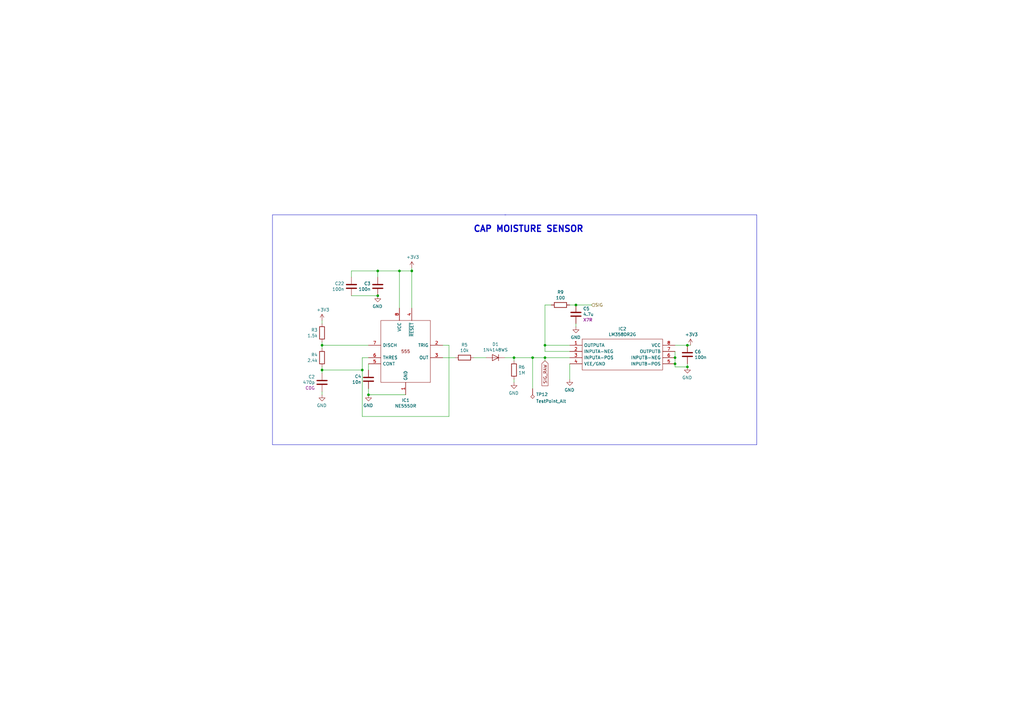
<source format=kicad_sch>
(kicad_sch (version 20230121) (generator eeschema)
  (paper "A3")
  (title_block (title "Plant Bot") (date "2022-12-10") (rev "E"))
  (lib_symbols
    (symbol "Capacitor_JLC:100n" (pin_numbers hide) (pin_names (offset 0.254))
      (property "Reference" "C" (at 0.635 2.54 0))
      (property "Value" "100n" (at 0.635 -2.54 0))
      (symbol "100n_0_1"
        (polyline (pts (xy -2.032 -0.762) (xy 2.032 -0.762)) (stroke (width 0.508)))
        (polyline (pts (xy -2.032 0.762) (xy 2.032 0.762)) (stroke (width 0.508)))
      )
      (symbol "100n_1_1"
        (pin passive line (at 0 3.81 270) (length 2.794) (name "~") (number "1"))
        (pin passive line (at 0 -3.81 90) (length 2.794) (name "~") (number "2"))
      )
    )
    (symbol "Capacitor_JLC:10n" (pin_numbers hide) (pin_names (offset 0.254))
      (property "Reference" "C" (at 0.635 2.54 0))
      (property "Value" "10n" (at 0.635 -2.54 0))
      (symbol "10n_0_1"
        (polyline (pts (xy -2.032 -0.762) (xy 2.032 -0.762)) (stroke (width 0.508)))
        (polyline (pts (xy -2.032 0.762) (xy 2.032 0.762)) (stroke (width 0.508)))
      )
      (symbol "10n_1_1"
        (pin passive line (at 0 3.81 270) (length 2.794) (name "~") (number "1"))
        (pin passive line (at 0 -3.81 90) (length 2.794) (name "~") (number "2"))
      )
    )
    (symbol "Capacitor_JLC:4.7u" (pin_numbers hide) (pin_names (offset 0.254))
      (property "Reference" "C" (at 0.635 2.54 0))
      (property "Value" "4.7u" (at 0.635 -2.54 0))
      (property "Type" "X7R" (at 0 0 0))
      (symbol "4.7u_0_1"
        (polyline (pts (xy -2.032 -0.762) (xy 2.032 -0.762)) (stroke (width 0.508)))
        (polyline (pts (xy -2.032 0.762) (xy 2.032 0.762)) (stroke (width 0.508)))
      )
      (symbol "4.7u_1_1"
        (pin passive line (at 0 3.81 270) (length 2.794) (name "~") (number "1"))
        (pin passive line (at 0 -3.81 90) (length 2.794) (name "~") (number "2"))
      )
    )
    (symbol "Capacitor_JLC:470p" (pin_numbers hide) (pin_names (offset 0.254))
      (property "Reference" "C" (at 0.635 2.54 0))
      (property "Value" "470p" (at 0.635 -2.54 0))
      (property "Type" "C0G" (at 0 0 0))
      (symbol "470p_0_1"
        (polyline (pts (xy -2.032 -0.762) (xy 2.032 -0.762)) (stroke (width 0.508)))
        (polyline (pts (xy -2.032 0.762) (xy 2.032 0.762)) (stroke (width 0.508)))
      )
      (symbol "470p_1_1"
        (pin passive line (at 0 3.81 270) (length 2.794) (name "~") (number "1"))
        (pin passive line (at 0 -3.81 90) (length 2.794) (name "~") (number "2"))
      )
    )
    (symbol "Diode_JLC:1N4148WS" (pin_numbers hide) (pin_names (offset 1.016) hide)
      (property "Reference" "D" (at 0 2.54 0))
      (property "Value" "1N4148WS" (at 0 -2.54 0))
      (symbol "1N4148WS_0_1"
        (polyline (pts (xy -1.27 1.27) (xy -1.27 -1.27)) (stroke (width 0.2032)))
        (polyline (pts (xy 1.27 0) (xy -1.27 0)))
        (polyline (pts (xy 1.27 1.27) (xy 1.27 -1.27) (xy -1.27 0) (xy 1.27 1.27)) (stroke (width 0.2032)))
      )
      (symbol "1N4148WS_1_1"
        (pin passive line (at -3.81 0 0) (length 2.54) (name "K") (number "1"))
        (pin passive line (at 3.81 0 180) (length 2.54) (name "A") (number "2"))
      )
    )
    (symbol "Misc_JLC:NE555DR" (pin_names (offset 0.762))
      (property "Reference" "IC" (at 25.4 17.78 0))
      (property "Value" "NE555DR" (at 25.4 15.24 0))
      (symbol "NE555DR_0_0"
        (pin power_in line (at 15.24 -20.32 90) (length 5.08) (name "GND") (number "1"))
        (pin input line (at 0 0 0) (length 5.08) (name "TRIG") (number "2"))
        (pin output line (at 0 -5.08 0) (length 5.08) (name "OUT") (number "3"))
        (pin input line (at 12.7 15.24 270) (length 5.08) (name "~{RESET}") (number "4"))
        (pin bidirectional line (at 30.48 -7.62 180) (length 5.08) (name "CONT") (number "5"))
        (pin input line (at 30.48 -5.08 180) (length 5.08) (name "THRES") (number "6"))
        (pin output line (at 30.48 0 180) (length 5.08) (name "DISCH") (number "7"))
        (pin power_in line (at 17.78 15.24 270) (length 5.08) (name "VCC") (number "8"))
      )
      (symbol "NE555DR_0_1"
        (polyline (pts (xy 5.08 10.16) (xy 25.4 10.16) (xy 25.4 -15.24) (xy 5.08 -15.24) (xy 5.08 10.16)) (stroke (width 0.1524)))
        (text "555" (at 15.24 -2.54 0) (effects (font (size 1.27 1.27))))
      )
    )
    (symbol "Power-Drivers_JLC:LM358DR2G" (pin_names (offset 0.762))
      (property "Reference" "IC" (at 39.37 7.62 0))
      (property "Value" "LM358DR2G" (at 39.37 5.08 0))
      (symbol "LM358DR2G_0_0"
        (pin output line (at 0 0 0) (length 5.08) (name "OUTPUTA") (number "1"))
        (pin input line (at 0 -2.54 0) (length 5.08) (name "INPUTA-NEG") (number "2"))
        (pin input line (at 0 -5.08 0) (length 5.08) (name "INPUTA-POS") (number "3"))
        (pin power_in line (at 0 -7.62 0) (length 5.08) (name "VEE/GND") (number "4"))
        (pin input line (at 43.18 -7.62 180) (length 5.08) (name "INPUTB-POS") (number "5"))
        (pin input line (at 43.18 -5.08 180) (length 5.08) (name "INPUTB-NEG") (number "6"))
        (pin output line (at 43.18 -2.54 180) (length 5.08) (name "OUTPUTB") (number "7"))
        (pin power_in line (at 43.18 0 180) (length 5.08) (name "VCC") (number "8"))
      )
      (symbol "LM358DR2G_0_1"
        (polyline (pts (xy 5.08 2.54) (xy 38.1 2.54) (xy 38.1 -10.16) (xy 5.08 -10.16) (xy 5.08 2.54)) (stroke (width 0.1524)))
      )
    )
    (symbol "Resistor_JLC:1.5k" (pin_numbers hide) (pin_names (offset 0))
      (property "Reference" "R" (at 2.032 0 90))
      (property "Value" "1.5k" (at 0 0 90))
      (symbol "1.5k_0_1"
        (rectangle (start -1.016 -2.54) (end 1.016 2.54) (stroke (width 0.254)))
      )
      (symbol "1.5k_1_1"
        (pin passive line (at 0 3.81 270) (length 1.27) (name "~") (number "1"))
        (pin passive line (at 0 -3.81 90) (length 1.27) (name "~") (number "2"))
      )
    )
    (symbol "Resistor_JLC:100" (pin_numbers hide) (pin_names (offset 0))
      (property "Reference" "R" (at 2.032 0 90))
      (property "Value" "100" (at 0 0 90))
      (symbol "100_0_1"
        (rectangle (start -1.016 -2.54) (end 1.016 2.54) (stroke (width 0.254)))
      )
      (symbol "100_1_1"
        (pin passive line (at 0 3.81 270) (length 1.27) (name "~") (number "1"))
        (pin passive line (at 0 -3.81 90) (length 1.27) (name "~") (number "2"))
      )
    )
    (symbol "Resistor_JLC:10k" (pin_numbers hide) (pin_names (offset 0))
      (property "Reference" "R" (at 2.032 0 90))
      (property "Value" "10k" (at 0 0 90))
      (symbol "10k_0_1"
        (rectangle (start -1.016 -2.54) (end 1.016 2.54) (stroke (width 0.254)))
      )
      (symbol "10k_1_1"
        (pin passive line (at 0 3.81 270) (length 1.27) (name "~") (number "1"))
        (pin passive line (at 0 -3.81 90) (length 1.27) (name "~") (number "2"))
      )
    )
    (symbol "Resistor_JLC:1M" (pin_numbers hide) (pin_names (offset 0))
      (property "Reference" "R" (at 2.032 0 90))
      (property "Value" "1M" (at 0 0 90))
      (symbol "1M_0_1"
        (rectangle (start -1.016 -2.54) (end 1.016 2.54) (stroke (width 0.254)))
      )
      (symbol "1M_1_1"
        (pin passive line (at 0 3.81 270) (length 1.27) (name "~") (number "1"))
        (pin passive line (at 0 -3.81 90) (length 1.27) (name "~") (number "2"))
      )
    )
    (symbol "Resistor_JLC:2.4k" (pin_numbers hide) (pin_names (offset 0))
      (property "Reference" "R" (at 2.032 0 90))
      (property "Value" "2.4k" (at 0 0 90))
      (symbol "2.4k_0_1"
        (rectangle (start -1.016 -2.54) (end 1.016 2.54) (stroke (width 0.254)))
      )
      (symbol "2.4k_1_1"
        (pin passive line (at 0 3.81 270) (length 1.27) (name "~") (number "1"))
        (pin passive line (at 0 -3.81 90) (length 1.27) (name "~") (number "2"))
      )
    )
    (symbol "personal:TestPoint_Alt" (pin_numbers hide) (pin_names (offset 0.762) hide)
      (property "Reference" "TP" (at 0 6.858 0))
      (property "Value" "TestPoint_Alt" (at 0 5.08 0))
      (symbol "TestPoint_Alt_0_1"
        (polyline (pts (xy 0 2.54) (xy -0.762 3.302) (xy 0 4.064) (xy 0.762 3.302) (xy 0 2.54)))
      )
      (symbol "TestPoint_Alt_1_1"
        (pin passive line (at 0 0 90) (length 2.54) (name "1") (number "1"))
      )
    )
    (symbol "power:+3V3" (power) (pin_names (offset 0))
      (property "Value" "+3V3" (at 0 3.556 0))
      (symbol "+3V3_0_1"
        (polyline (pts (xy -0.762 1.27) (xy 0 2.54)))
        (polyline (pts (xy 0 0) (xy 0 2.54)))
        (polyline (pts (xy 0 2.54) (xy 0.762 1.27)))
      )
      (symbol "+3V3_1_1"
        (pin power_in line (at 0 0 90) (length 0) hide (name "+3V3") (number "1"))
      )
    )
    (symbol "power:GND" (power) (pin_names (offset 0))
      (property "Value" "GND" (at 0 -3.81 0))
      (symbol "GND_0_1"
        (polyline (pts (xy 0 0) (xy 0 -1.27) (xy 1.27 -1.27) (xy 0 -2.54) (xy -1.27 -1.27) (xy 0 -1.27)))
      )
      (symbol "GND_1_1"
        (pin power_in line (at 0 0 270) (length 0) hide (name "GND") (number "1"))
      )
    )
  )
  (junction (at 210.82 146.685))
  (junction (at 168.91 111.125))
  (junction (at 132.08 141.605))
  (junction (at 163.83 111.125))
  (junction (at 281.94 150.495))
  (junction (at 281.94 141.605))
  (junction (at 236.22 125.095))
  (junction (at 223.52 146.685))
  (junction (at 151.13 161.925))
  (junction (at 276.86 149.225))
  (junction (at 154.94 121.285))
  (junction (at 276.86 146.685))
  (junction (at 154.94 111.125))
  (junction (at 223.52 141.605))
  (junction (at 218.44 146.685))
  (junction (at 132.08 151.765))
  (junction (at 148.59 151.765))
  (wire (pts (xy 276.86 141.605) (xy 281.94 141.605)))
  (wire (pts (xy 210.82 146.685) (xy 210.82 147.955)))
  (wire (pts (xy 210.82 156.845) (xy 210.82 155.575)))
  (wire (pts (xy 168.91 111.125) (xy 168.91 126.365)))
  (wire (pts (xy 218.44 159.385) (xy 218.44 146.685)))
  (wire (pts (xy 236.22 125.095) (xy 242.57 125.095)))
  (wire (pts (xy 184.15 141.605) (xy 184.15 170.815)))
  (wire (pts (xy 132.08 141.605) (xy 132.08 142.875)))
  (polyline (pts (xy 111.76 88.138) (xy 207.518 88.138)))
  (wire (pts (xy 223.52 146.685) (xy 223.52 147.955)))
  (polyline (pts (xy 310.388 88.138) (xy 310.388 182.372)))
  (polyline (pts (xy 207.01 88.138) (xy 310.388 88.138)))
  (polyline (pts (xy 310.388 182.372) (xy 111.76 182.372)))
  (wire (pts (xy 223.52 144.145) (xy 223.52 141.605)))
  (wire (pts (xy 132.08 160.655) (xy 132.08 161.925)))
  (wire (pts (xy 132.08 151.765) (xy 132.08 153.035)))
  (wire (pts (xy 233.68 125.095) (xy 236.22 125.095)))
  (wire (pts (xy 223.52 125.095) (xy 223.52 141.605)))
  (wire (pts (xy 144.145 111.125) (xy 144.145 113.665)))
  (wire (pts (xy 181.61 146.685) (xy 186.69 146.685)))
  (wire (pts (xy 223.52 146.685) (xy 233.68 146.685)))
  (polyline (pts (xy 111.76 182.372) (xy 111.76 88.138)))
  (wire (pts (xy 223.52 144.145) (xy 233.68 144.145)))
  (wire (pts (xy 281.94 149.225) (xy 281.94 150.495)))
  (wire (pts (xy 210.82 146.685) (xy 218.44 146.685)))
  (wire (pts (xy 184.15 170.815) (xy 148.59 170.815)))
  (wire (pts (xy 132.08 140.335) (xy 132.08 141.605)))
  (wire (pts (xy 194.31 146.685) (xy 199.39 146.685)))
  (wire (pts (xy 223.52 141.605) (xy 233.68 141.605)))
  (wire (pts (xy 210.82 146.685) (xy 207.01 146.685)))
  (wire (pts (xy 218.44 146.685) (xy 223.52 146.685)))
  (wire (pts (xy 132.08 150.495) (xy 132.08 151.765)))
  (wire (pts (xy 148.59 151.765) (xy 148.59 170.815)))
  (wire (pts (xy 166.37 161.925) (xy 151.13 161.925)))
  (wire (pts (xy 163.83 111.125) (xy 168.91 111.125)))
  (wire (pts (xy 163.83 126.365) (xy 163.83 111.125)))
  (wire (pts (xy 148.59 146.685) (xy 151.13 146.685)))
  (wire (pts (xy 151.13 149.225) (xy 151.13 151.765)))
  (wire (pts (xy 168.91 109.855) (xy 168.91 111.125)))
  (wire (pts (xy 144.145 121.285) (xy 154.94 121.285)))
  (wire (pts (xy 132.08 151.765) (xy 148.59 151.765)))
  (wire (pts (xy 144.145 111.125) (xy 154.94 111.125)))
  (wire (pts (xy 151.13 141.605) (xy 132.08 141.605)))
  (wire (pts (xy 148.59 146.685) (xy 148.59 151.765)))
  (wire (pts (xy 276.86 149.225) (xy 276.86 150.495)))
  (wire (pts (xy 233.68 149.225) (xy 233.68 155.575)))
  (wire (pts (xy 132.08 131.445) (xy 132.08 132.715)))
  (wire (pts (xy 276.86 144.145) (xy 276.86 146.685)))
  (wire (pts (xy 236.22 132.715) (xy 236.22 133.985)))
  (wire (pts (xy 276.86 146.685) (xy 276.86 149.225)))
  (wire (pts (xy 276.86 150.495) (xy 281.94 150.495)))
  (wire (pts (xy 154.94 111.125) (xy 163.83 111.125)))
  (wire (pts (xy 281.94 141.605) (xy 283.21 141.605)))
  (wire (pts (xy 181.61 141.605) (xy 184.15 141.605)))
  (wire (pts (xy 154.94 111.125) (xy 154.94 113.665)))
  (wire (pts (xy 223.52 125.095) (xy 226.06 125.095)))
  (wire (pts (xy 151.13 161.925) (xy 151.13 159.385)))
  (text "CAP MOISTURE SENSOR" (at 194.056 95.504 0) (effects (font (size 2.54 2.54) (thickness 0.508) bold) (justify left bottom)))
  (global_label "SIG_RAW" (shape input) (at 223.52 147.955 270) (property "Intersheetrefs" "${INTERSHEET_REFS}" (effects hide)))
  (hierarchical_label "SIG" (shape input) (at 242.57 125.095 0))
  (symbol (lib_id "power:GND") (at 233.68 155.575 0) (mirror y) (unit 1)
    (property "Reference" "#PWR0107" (effects hide))
    (property "Value" "GND" (at 233.553 159.9692 0))
  )
  (symbol (lib_id "Resistor_JLC:10k") (at 190.5 146.685 270) (unit 1)
    (property "Reference" "R5" (at 190.5 141.4272 90))
    (property "Value" "10k" (at 190.5 143.7386 90))
    (property "Footprint" "Resistor_SMD:R_0402_1005Metric" (effects hide))
    (property "LCSC" "C25744" (effects hide))
  )
  (symbol (lib_id "Capacitor_JLC:4.7u") (at 236.22 128.905 0) (unit 1)
    (property "Reference" "C5" (at 239.141 126.5936 0) (effects (justify left)))
    (property "Value" "4.7u" (at 239.141 128.905 0) (effects (justify left)))
    (property "Footprint" "Capacitor_SMD:C_1206_3216Metric" (effects hide))
    (property "Type" "X7R" (at 239.141 131.2164 0) (effects (justify left)))
    (property "LCSC" "C29823" (effects hide))
    (property "Rating" "50V" (effects hide))
  )
  (symbol (lib_id "Resistor_JLC:1.5k") (at 132.08 136.525 0) (mirror y) (unit 1)
    (property "Reference" "R3" (at 130.302 135.3566 0) (effects (justify left)))
    (property "Value" "1.5k" (at 130.302 137.668 0) (effects (justify left)))
    (property "Footprint" "Resistor_SMD:R_0402_1005Metric" (effects hide))
    (property "LCSC" "C25867" (effects hide))
  )
  (symbol (lib_id "Resistor_JLC:2.4k") (at 132.08 146.685 0) (mirror y) (unit 1)
    (property "Reference" "R4" (at 130.302 145.5166 0) (effects (justify left)))
    (property "Value" "2.4k" (at 130.302 147.828 0) (effects (justify left)))
    (property "Footprint" "Resistor_SMD:R_0402_1005Metric" (effects hide))
    (property "LCSC" "C25882" (effects hide))
  )
  (symbol (lib_id "Resistor_JLC:100") (at 229.87 125.095 90) (unit 1)
    (property "Reference" "R9" (at 229.87 119.8372 90))
    (property "Value" "100" (at 229.87 122.1486 90))
    (property "Footprint" "Resistor_SMD:R_0402_1005Metric" (effects hide))
    (property "LCSC" "C25076" (effects hide))
  )
  (symbol (lib_id "power:GND") (at 132.08 161.925 0) (mirror y) (unit 1)
    (property "Reference" "#PWR0115" (effects hide))
    (property "Value" "GND" (at 131.953 166.3192 0))
  )
  (symbol (lib_id "Capacitor_JLC:470p") (at 132.08 156.845 0) (mirror y) (unit 1)
    (property "Reference" "C2" (at 129.159 154.5336 0) (effects (justify left)))
    (property "Value" "470p" (at 129.159 156.845 0) (effects (justify left)))
    (property "Footprint" "Capacitor_SMD:C_0603_1608Metric" (effects hide))
    (property "Type" "C0G" (at 129.159 159.1564 0) (effects (justify left)))
    (property "LCSC" "C1620 " (effects hide))
    (property "Rating" "25V" (effects hide))
  )
  (symbol (lib_id "personal:TestPoint_Alt") (at 218.44 159.385 180) (unit 1)
    (property "Reference" "TP12" (at 219.837 161.7785 0) (effects (justify right)))
    (property "Value" "TestPoint_Alt" (at 219.837 164.5536 0) (effects (justify right)))
    (property "Footprint" "TestPoint:TestPoint_Pad_1.0x1.0mm" (effects hide))
  )
  (symbol (lib_id "power:GND") (at 236.22 133.985 0) (mirror y) (unit 1)
    (property "Reference" "#PWR0110" (effects hide))
    (property "Value" "GND" (at 236.093 138.3792 0))
  )
  (symbol (lib_id "Resistor_JLC:1M") (at 210.82 151.765 0) (unit 1)
    (property "Reference" "R6" (at 212.598 150.5966 0) (effects (justify left)))
    (property "Value" "1M" (at 212.598 152.908 0) (effects (justify left)))
    (property "Footprint" "Resistor_SMD:R_0402_1005Metric" (effects hide))
    (property "LCSC" "C26083" (effects hide))
  )
  (symbol (lib_id "power:+3V3") (at 132.08 131.445 0) (unit 1)
    (property "Reference" "#PWR0116" (effects hide))
    (property "Value" "+3V3" (at 132.461 127.0508 0))
  )
  (symbol (lib_id "power:GND") (at 281.94 150.495 0) (mirror y) (unit 1)
    (property "Reference" "#PWR0106" (effects hide))
    (property "Value" "GND" (at 281.813 154.8892 0))
  )
  (symbol (lib_id "power:+3V3") (at 168.91 109.855 0) (unit 1)
    (property "Reference" "#PWR0113" (effects hide))
    (property "Value" "+3V3" (at 169.291 105.4608 0))
  )
  (symbol (lib_id "Capacitor_JLC:10n") (at 151.13 155.575 0) (mirror y) (unit 1)
    (property "Reference" "C4" (at 148.209 154.4066 0) (effects (justify left)))
    (property "Value" "10n" (at 148.209 156.718 0) (effects (justify left)))
    (property "Footprint" "Capacitor_SMD:C_0402_1005Metric" (effects hide))
    (property "Type" "X7R" (effects hide))
    (property "LCSC" "C15195" (effects hide))
  )
  (symbol (lib_id "Misc_JLC:NE555DR") (at 181.61 141.605 0) (mirror y) (unit 1)
    (property "Reference" "IC1" (at 166.37 164.1856 0))
    (property "Value" "NE555DR" (at 166.37 166.497 0))
    (property "Footprint" "SOIC127P600X175-8N" (effects hide))
    (property "Datasheet" "http://www.ti.com/lit/ds/symlink/ne555.pdf" (effects hide))
    (property "Description" "Single Precision Timer" (effects hide))
    (property "Height" "1.75" (effects hide))
    (property "Manufacturer_Name" "Texas Instruments" (effects hide))
    (property "Manufacturer_Part_Number" "NE555DR" (effects hide))
    (property "Mouser Part Number" "595-NE555DR" (effects hide))
    (property "Mouser Price/Stock" "https://www.mouser.com/Search/Refine.aspx?Keyword=595-NE555DR" (effects hide))
    (property "RS Part Number" "1977392" (effects hide))
    (property "RS Price/Stock" "http://uk.rs-online.com/web/p/products/1977392" (effects hide))
    (property "LCSC" "C7593" (effects hide))
  )
  (symbol (lib_id "Capacitor_JLC:100n") (at 281.94 145.415 0) (unit 1)
    (property "Reference" "C6" (at 284.861 144.2466 0) (effects (justify left)))
    (property "Value" "100n" (at 284.861 146.558 0) (effects (justify left)))
    (property "Footprint" "Capacitor_SMD:C_0402_1005Metric" (effects hide))
    (property "Type" "X7R" (effects hide))
    (property "LCSC" "C307331" (effects hide))
  )
  (symbol (lib_id "power:+3V3") (at 283.21 141.605 0) (unit 1)
    (property "Reference" "#PWR0109" (effects hide))
    (property "Value" "+3V3" (at 283.591 137.2108 0))
  )
  (symbol (lib_id "Power-Drivers_JLC:LM358DR2G") (at 233.68 141.605 0) (unit 1)
    (property "Reference" "IC2" (at 255.27 134.874 0))
    (property "Value" "LM358DR2G" (at 255.27 137.1854 0))
    (property "Footprint" "SOIC127P600X175-8N" (effects hide))
    (property "Datasheet" "http://www.onsemi.com/pub/Collateral/LM358-D.PDF" (effects hide))
    (property "Description" "LM358DR2G, Dual Operational Amplifier 5 to 28V, 8-Pin SOIC" (effects hide))
    (property "Height" "1.75" (effects hide))
    (property "Mouser Part Number" "863-LM358DR2G" (effects hide))
    (property "Mouser Price/Stock" "https://www.mouser.co.uk/ProductDetail/ON-Semiconductor/LM358DR2G?qs=2OtswVQKCOFTvDtJvQ3XHw%3D%3D" (effects hide))
    (property "Manufacturer_Name" "ON Semiconductor" (effects hide))
    (property "Manufacturer_Part_Number" "LM358DR2G" (effects hide))
    (property "LCSC" "C7950" (effects hide))
  )
  (symbol (lib_id "Capacitor_JLC:100n") (at 144.145 117.475 0) (mirror y) (unit 1)
    (property "Reference" "C22" (at 141.224 116.3066 0) (effects (justify left)))
    (property "Value" "100n" (at 141.224 118.618 0) (effects (justify left)))
    (property "Footprint" "Capacitor_SMD:C_0402_1005Metric" (effects hide))
    (property "Type" "X7R" (effects hide))
    (property "LCSC" "C307331" (effects hide))
  )
  (symbol (lib_id "power:GND") (at 154.94 121.285 0) (mirror y) (unit 1)
    (property "Reference" "#PWR0112" (effects hide))
    (property "Value" "GND" (at 154.813 125.6792 0))
  )
  (symbol (lib_id "power:GND") (at 210.82 156.845 0) (mirror y) (unit 1)
    (property "Reference" "#PWR0111" (effects hide))
    (property "Value" "GND" (at 210.693 161.2392 0))
  )
  (symbol (lib_id "power:GND") (at 151.13 161.925 0) (mirror y) (unit 1)
    (property "Reference" "#PWR0114" (effects hide))
    (property "Value" "GND" (at 151.003 166.3192 0))
  )
  (symbol (lib_id "Diode_JLC:1N4148WS") (at 203.2 146.685 180) (unit 1)
    (property "Reference" "D1" (at 203.2 141.1986 0))
    (property "Value" "1N4148WS" (at 203.2 143.51 0))
    (property "Footprint" "Diode_SMD:D_SOD-323F" (effects hide))
    (property "LCSC" "C2128" (effects hide))
  )
  (symbol (lib_id "Capacitor_JLC:100n") (at 154.94 117.475 0) (mirror y) (unit 1)
    (property "Reference" "C3" (at 152.019 116.3066 0) (effects (justify left)))
    (property "Value" "100n" (at 152.019 118.618 0) (effects (justify left)))
    (property "Footprint" "Capacitor_SMD:C_0402_1005Metric" (effects hide))
    (property "Type" "X7R" (effects hide))
    (property "LCSC" "C307331" (effects hide))
  )
)
</source>
